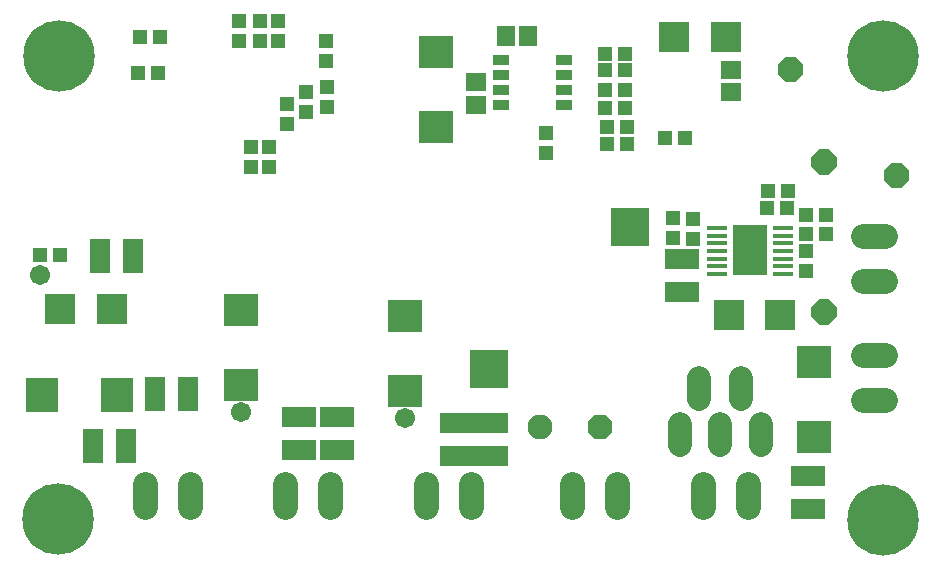
<source format=gbs>
G75*
G70*
%OFA0B0*%
%FSLAX24Y24*%
%IPPOS*%
%LPD*%
%AMOC8*
5,1,8,0,0,1.08239X$1,22.5*
%
%ADD10R,0.0513X0.0474*%
%ADD11R,0.1025X0.1025*%
%ADD12R,0.0530X0.0380*%
%ADD13R,0.0592X0.0671*%
%ADD14R,0.0474X0.0513*%
%ADD15R,0.1143X0.1084*%
%ADD16C,0.0830*%
%ADD17C,0.0168*%
%ADD18OC8,0.0840*%
%ADD19R,0.1143X0.0710*%
%ADD20R,0.0710X0.1143*%
%ADD21R,0.0671X0.0592*%
%ADD22R,0.1084X0.1143*%
%ADD23C,0.0830*%
%ADD24OC8,0.0830*%
%ADD25C,0.2380*%
%ADD26R,0.0690X0.0178*%
%ADD27R,0.1182X0.1655*%
%ADD28R,0.1261X0.1261*%
%ADD29C,0.0790*%
%ADD30C,0.0674*%
D10*
X001535Y012803D03*
X002205Y012803D03*
X008587Y015748D03*
X009178Y015748D03*
X009178Y016417D03*
X008587Y016417D03*
X011106Y017733D03*
X011106Y018402D03*
X011067Y019288D03*
X011067Y019957D03*
X009464Y019938D03*
X008893Y019957D03*
X008185Y019957D03*
X008185Y020627D03*
X008893Y020627D03*
X009464Y020607D03*
X018413Y016882D03*
X018413Y016213D03*
X020433Y017088D03*
X021103Y017088D03*
X021063Y018989D03*
X020394Y018989D03*
X025817Y014935D03*
X026486Y014935D03*
X027096Y012947D03*
X027096Y012277D03*
D11*
X026230Y010801D03*
X024498Y010801D03*
X024410Y020091D03*
X022678Y020091D03*
X003957Y011031D03*
X002224Y011031D03*
D12*
X016929Y017817D03*
X016929Y018317D03*
X016929Y018817D03*
X016929Y019317D03*
X019029Y019317D03*
X019029Y018817D03*
X019029Y018317D03*
X019029Y017817D03*
D13*
X017823Y020101D03*
X017075Y020101D03*
D14*
X020394Y019501D03*
X021063Y019501D03*
X021052Y018329D03*
X020382Y018329D03*
X020394Y017729D03*
X021063Y017729D03*
X022390Y016699D03*
X023059Y016699D03*
X021123Y016530D03*
X020454Y016530D03*
X022647Y014049D03*
X023317Y014010D03*
X023317Y013340D03*
X022647Y013380D03*
X025777Y014384D03*
X026446Y014384D03*
X027076Y014147D03*
X027076Y013517D03*
X027746Y013517D03*
X027746Y014147D03*
X010401Y017583D03*
X009771Y017839D03*
X010401Y018253D03*
X009771Y017170D03*
X005485Y018866D03*
X004815Y018866D03*
X004889Y020075D03*
X005559Y020075D03*
D15*
X014752Y019582D03*
X014752Y017082D03*
X008231Y010993D03*
X008231Y008493D03*
X013710Y008293D03*
X013710Y010793D03*
X027332Y009256D03*
X027332Y006756D03*
D16*
X028967Y007991D02*
X029717Y007991D01*
X029717Y009491D02*
X028967Y009491D01*
X028967Y011933D02*
X029717Y011933D01*
X029717Y013433D02*
X028967Y013433D01*
X025141Y005165D02*
X025141Y004415D01*
X023641Y004415D02*
X023641Y005165D01*
X020791Y005168D02*
X020791Y004418D01*
X019291Y004418D02*
X019291Y005168D01*
X015926Y005180D02*
X015926Y004430D01*
X014426Y004430D02*
X014426Y005180D01*
X011224Y005168D02*
X011224Y004418D01*
X009724Y004418D02*
X009724Y005168D01*
X006553Y005180D02*
X006553Y004430D01*
X005053Y004430D02*
X005053Y005180D01*
D17*
X026498Y019261D02*
X026414Y019345D01*
X026692Y019345D01*
X026888Y019149D01*
X026888Y018871D01*
X026692Y018675D01*
X026414Y018675D01*
X026218Y018871D01*
X026218Y019149D01*
X026414Y019345D01*
X026466Y019219D01*
X026640Y019219D01*
X026762Y019097D01*
X026762Y018923D01*
X026640Y018801D01*
X026466Y018801D01*
X026344Y018923D01*
X026344Y019097D01*
X026466Y019219D01*
X026518Y019093D01*
X026588Y019093D01*
X026636Y019045D01*
X026636Y018975D01*
X026588Y018927D01*
X026518Y018927D01*
X026470Y018975D01*
X026470Y019045D01*
X026518Y019093D01*
X030034Y015725D02*
X029950Y015809D01*
X030228Y015809D01*
X030424Y015613D01*
X030424Y015335D01*
X030228Y015139D01*
X029950Y015139D01*
X029754Y015335D01*
X029754Y015613D01*
X029950Y015809D01*
X030002Y015683D01*
X030176Y015683D01*
X030298Y015561D01*
X030298Y015387D01*
X030176Y015265D01*
X030002Y015265D01*
X029880Y015387D01*
X029880Y015561D01*
X030002Y015683D01*
X030054Y015557D01*
X030124Y015557D01*
X030172Y015509D01*
X030172Y015439D01*
X030124Y015391D01*
X030054Y015391D01*
X030006Y015439D01*
X030006Y015509D01*
X030054Y015557D01*
D18*
X027682Y015907D03*
X027682Y010907D03*
D19*
X022962Y011588D03*
X022962Y012691D03*
X016584Y007217D03*
X015435Y007208D03*
X015435Y006106D03*
X016584Y006114D03*
X011433Y006308D03*
X010192Y006325D03*
X010192Y007428D03*
X011433Y007410D03*
X027132Y005443D03*
X027132Y004341D03*
D20*
X006472Y008173D03*
X005370Y008173D03*
X004402Y006456D03*
X003299Y006456D03*
X003543Y012776D03*
X004645Y012776D03*
D21*
X016065Y017819D03*
X016065Y018567D03*
X024591Y018245D03*
X024591Y018993D03*
D22*
X004104Y008157D03*
X001604Y008157D03*
D23*
X018203Y007079D03*
D24*
X020203Y007079D03*
D25*
X002151Y004006D03*
X002194Y019435D03*
X029635Y019443D03*
X029655Y003990D03*
D26*
X026309Y012179D03*
X026309Y012435D03*
X026309Y012691D03*
X026309Y012947D03*
X026309Y013203D03*
X026309Y013458D03*
X026309Y013714D03*
X024104Y013714D03*
X024104Y013458D03*
X024104Y013203D03*
X024104Y012947D03*
X024104Y012691D03*
X024104Y012435D03*
X024104Y012179D03*
D27*
X025206Y012966D03*
D28*
X021230Y013754D03*
X016506Y009029D03*
D29*
X022872Y007176D02*
X022872Y006466D01*
X024222Y006466D02*
X024222Y007176D01*
X023522Y008016D02*
X023522Y008726D01*
X024922Y008726D02*
X024922Y008016D01*
X025572Y007176D02*
X025572Y006466D01*
D30*
X013710Y007376D03*
X008238Y007573D03*
X001545Y012140D03*
M02*

</source>
